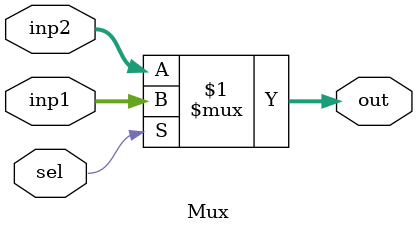
<source format=sv>
module Mux(
    input logic [31:0] inp1, inp2,
    input logic sel,
    output logic [31:0] out
);

    assign out = (sel) ? inp1 : inp2 ;
    
endmodule

</source>
